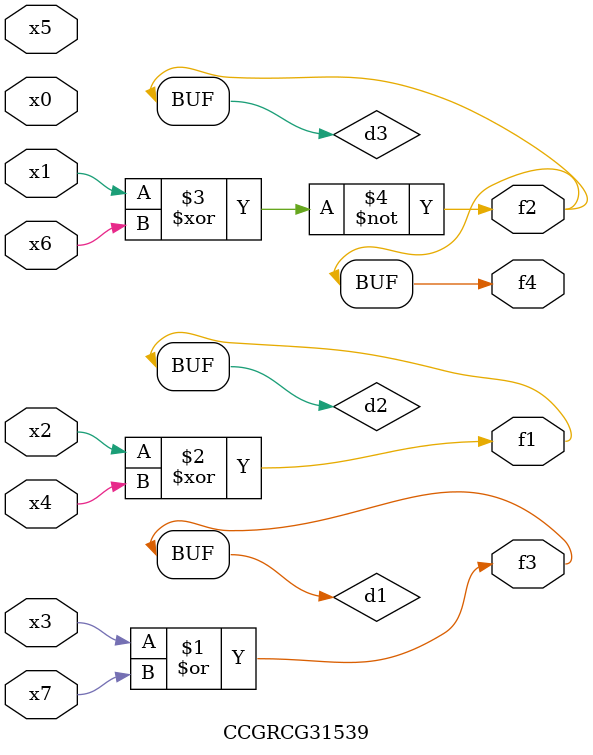
<source format=v>
module CCGRCG31539(
	input x0, x1, x2, x3, x4, x5, x6, x7,
	output f1, f2, f3, f4
);

	wire d1, d2, d3;

	or (d1, x3, x7);
	xor (d2, x2, x4);
	xnor (d3, x1, x6);
	assign f1 = d2;
	assign f2 = d3;
	assign f3 = d1;
	assign f4 = d3;
endmodule

</source>
